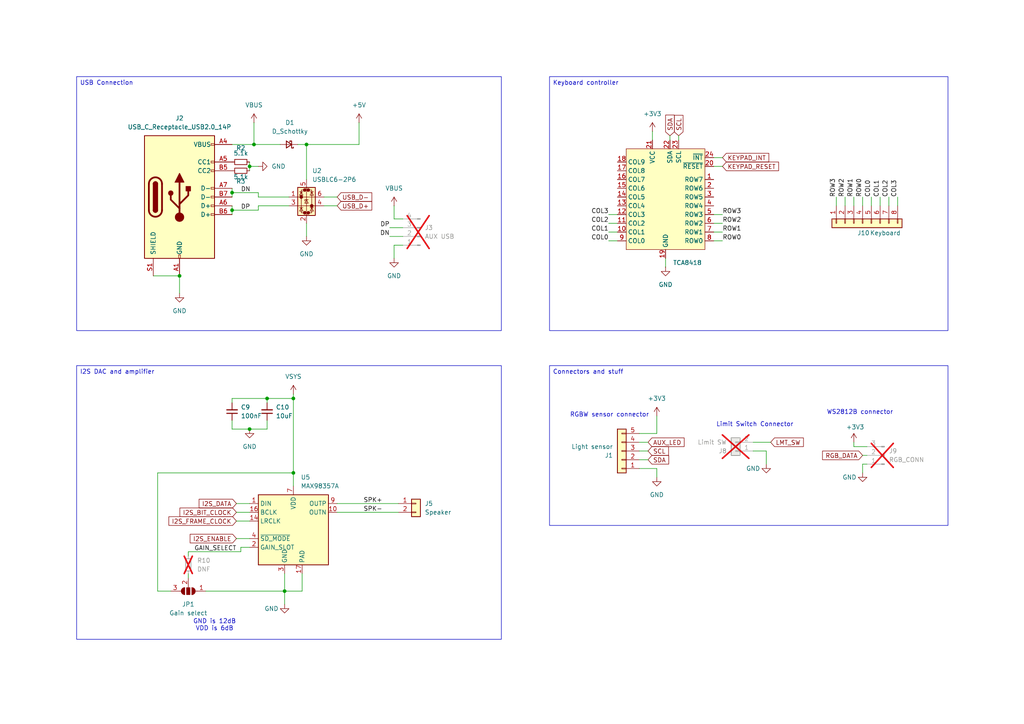
<source format=kicad_sch>
(kicad_sch (version 20250114) (generator "eeschema") (generator_version "9.0")
  (paper "A4")
  (title_block (title "Sisyphus") (date "2025-03-25") (rev "Beta v0.1") (company "Plajta corp."))
  (lib_symbols
    (symbol "+3V3_1" (power) (pin_numbers (hide yes)) (pin_names (offset 0) (hide yes))
      (property "Value" "+3V3" (at 0 3.556 0))
      (symbol "+3V3_1_0_1"
        (polyline (pts (xy -0.762 1.27) (xy 0 2.54)))
        (polyline (pts (xy 0 2.54) (xy 0.762 1.27)))
        (polyline (pts (xy 0 0) (xy 0 2.54)))
      )
      (symbol "+3V3_1_1_1"
        (pin power_in line (at 0 0 90) (length 0) (name "~") (number "1"))
      )
    )
    (symbol "+3V3_2" (power) (pin_numbers (hide yes)) (pin_names (offset 0) (hide yes))
      (property "Value" "+3V3" (at 0 3.556 0))
      (symbol "+3V3_2_0_1"
        (polyline (pts (xy -0.762 1.27) (xy 0 2.54)))
        (polyline (pts (xy 0 2.54) (xy 0.762 1.27)))
        (polyline (pts (xy 0 0) (xy 0 2.54)))
      )
      (symbol "+3V3_2_1_1"
        (pin power_in line (at 0 0 90) (length 0) (name "~") (number "1"))
      )
    )
    (symbol "Audio:MAX98357A"
      (property "Reference" "U" (at -8.89 11.43 0))
      (property "Value" "MAX98357A" (at 10.16 11.43 0))
      (symbol "MAX98357A_1_1"
        (rectangle (start -10.16 10.16) (end 10.16 -10.16) (stroke (width 0.254)) (fill (type background)))
        (pin input line (at -12.7 7.62 0) (length 2.54) (name "DIN") (number "1"))
        (pin input line (at -12.7 5.08 0) (length 2.54) (name "BCLK") (number "16"))
        (pin input line (at -12.7 2.54 0) (length 2.54) (name "LRCLK") (number "14"))
        (pin input line (at -12.7 -2.54 0) (length 2.54) (name "~{SD_MODE}") (number "4"))
        (pin passive line (at -12.7 -5.08 0) (length 2.54) (name "GAIN_SLOT") (number "2"))
        (pin passive line (at -2.54 -12.7 90) (length 2.54) (hide yes) (name "GND") (number "11"))
        (pin passive line (at -2.54 -12.7 90) (length 2.54) (hide yes) (name "GND") (number "15"))
        (pin power_in line (at -2.54 -12.7 90) (length 2.54) (name "GND") (number "3"))
        (pin power_in line (at 0 12.7 270) (length 2.54) (name "VDD") (number "7"))
        (pin passive line (at 0 12.7 270) (length 2.54) (hide yes) (name "VDD") (number "8"))
        (pin unspecified line (at 2.54 -12.7 90) (length 2.54) (name "PAD") (number "17"))
        (pin no_connect line (at 10.16 2.54 180) (length 2.54) (hide yes) (name "NC") (number "5"))
        (pin no_connect line (at 10.16 0 180) (length 2.54) (hide yes) (name "NC") (number "6"))
        (pin no_connect line (at 10.16 -5.08 180) (length 2.54) (hide yes) (name "NC") (number "12"))
        (pin no_connect line (at 10.16 -7.62 180) (length 2.54) (hide yes) (name "NC") (number "13"))
        (pin output line (at 12.7 7.62 180) (length 2.54) (name "OUTP") (number "9"))
        (pin output line (at 12.7 5.08 180) (length 2.54) (name "OUTN") (number "10"))
      )
    )
    (symbol "Connector:Conn_01x03_Pin" (pin_names (offset 1.016) (hide yes))
      (property "Reference" "J" (at 0 5.08 0))
      (property "Value" "Conn_01x03_Pin" (at 0 -5.08 0))
      (symbol "Conn_01x03_Pin_1_1"
        (rectangle (start 0.8636 2.667) (end 0 2.413) (stroke (width 0.1524)) (fill (type outline)))
        (rectangle (start 0.8636 0.127) (end 0 -0.127) (stroke (width 0.1524)) (fill (type outline)))
        (rectangle (start 0.8636 -2.413) (end 0 -2.667) (stroke (width 0.1524)) (fill (type outline)))
        (polyline (pts (xy 1.27 2.54) (xy 0.8636 2.54)) (stroke (width 0.1524)))
        (polyline (pts (xy 1.27 0) (xy 0.8636 0)) (stroke (width 0.1524)))
        (polyline (pts (xy 1.27 -2.54) (xy 0.8636 -2.54)) (stroke (width 0.1524)))
        (pin passive line (at 5.08 2.54 180) (length 3.81) (name "Pin_1") (number "1"))
        (pin passive line (at 5.08 0 180) (length 3.81) (name "Pin_2") (number "2"))
        (pin passive line (at 5.08 -2.54 180) (length 3.81) (name "Pin_3") (number "3"))
      )
    )
    (symbol "Connector:Conn_01x04_Pin" (pin_names (offset 1.016) (hide yes))
      (property "Reference" "J" (at 0 5.08 0))
      (property "Value" "Conn_01x04_Pin" (at 0 -7.62 0))
      (symbol "Conn_01x04_Pin_1_1"
        (rectangle (start 0.8636 2.667) (end 0 2.413) (stroke (width 0.1524)) (fill (type outline)))
        (rectangle (start 0.8636 0.127) (end 0 -0.127) (stroke (width 0.1524)) (fill (type outline)))
        (rectangle (start 0.8636 -2.413) (end 0 -2.667) (stroke (width 0.1524)) (fill (type outline)))
        (rectangle (start 0.8636 -4.953) (end 0 -5.207) (stroke (width 0.1524)) (fill (type outline)))
        (polyline (pts (xy 1.27 2.54) (xy 0.8636 2.54)) (stroke (width 0.1524)))
        (polyline (pts (xy 1.27 0) (xy 0.8636 0)) (stroke (width 0.1524)))
        (polyline (pts (xy 1.27 -2.54) (xy 0.8636 -2.54)) (stroke (width 0.1524)))
        (polyline (pts (xy 1.27 -5.08) (xy 0.8636 -5.08)) (stroke (width 0.1524)))
        (pin passive line (at 5.08 2.54 180) (length 3.81) (name "Pin_1") (number "1"))
        (pin passive line (at 5.08 0 180) (length 3.81) (name "Pin_2") (number "2"))
        (pin passive line (at 5.08 -2.54 180) (length 3.81) (name "Pin_3") (number "3"))
        (pin passive line (at 5.08 -5.08 180) (length 3.81) (name "Pin_4") (number "4"))
      )
    )
    (symbol "Connector:USB_C_Receptacle_USB2.0_14P" (pin_names (offset 1.016))
      (property "Reference" "J" (at 0 22.225 0))
      (property "Value" "USB_C_Receptacle_USB2.0_14P" (at 0 19.685 0))
      (symbol "USB_C_Receptacle_USB2.0_14P_0_0"
        (rectangle (start -0.254 -17.78) (end 0.254 -16.764))
        (rectangle (start 10.16 15.494) (end 9.144 14.986))
        (rectangle (start 10.16 10.414) (end 9.144 9.906))
        (rectangle (start 10.16 7.874) (end 9.144 7.366))
        (rectangle (start 10.16 2.794) (end 9.144 2.286))
        (rectangle (start 10.16 0.254) (end 9.144 -0.254))
        (rectangle (start 10.16 -2.286) (end 9.144 -2.794))
        (rectangle (start 10.16 -4.826) (end 9.144 -5.334))
      )
      (symbol "USB_C_Receptacle_USB2.0_14P_0_1"
        (rectangle (start -10.16 17.78) (end 10.16 -17.78) (stroke (width 0.254)) (fill (type background)))
        (polyline (pts (xy -8.89 -3.81) (xy -8.89 3.81)) (stroke (width 0.508)))
        (rectangle (start -7.62 -3.81) (end -6.35 3.81) (stroke (width 0.254)) (fill (type outline)))
        (arc (start -7.62 3.81) (mid -6.985 4.4423) (end -6.35 3.81) (stroke (width 0.254)))
        (arc (start -7.62 3.81) (mid -6.985 4.4423) (end -6.35 3.81) (stroke (width 0.254)) (fill (type outline)))
        (arc (start -8.89 3.81) (mid -6.985 5.7067) (end -5.08 3.81) (stroke (width 0.508)))
        (arc (start -5.08 -3.81) (mid -6.985 -5.7067) (end -8.89 -3.81) (stroke (width 0.508)))
        (arc (start -6.35 -3.81) (mid -6.985 -4.4423) (end -7.62 -3.81) (stroke (width 0.254)))
        (arc (start -6.35 -3.81) (mid -6.985 -4.4423) (end -7.62 -3.81) (stroke (width 0.254)) (fill (type outline)))
        (polyline (pts (xy -5.08 3.81) (xy -5.08 -3.81)) (stroke (width 0.508)))
        (circle (center -2.54 1.143) (radius 0.635) (stroke (width 0.254)) (fill (type outline)))
        (polyline (pts (xy -1.27 4.318) (xy 0 6.858) (xy 1.27 4.318) (xy -1.27 4.318)) (stroke (width 0.254)) (fill (type outline)))
        (polyline (pts (xy 0 -2.032) (xy 2.54 0.508) (xy 2.54 1.778)) (stroke (width 0.508)))
        (polyline (pts (xy 0 -3.302) (xy -2.54 -0.762) (xy -2.54 0.508)) (stroke (width 0.508)))
        (polyline (pts (xy 0 -5.842) (xy 0 4.318)) (stroke (width 0.508)))
        (circle (center 0 -5.842) (radius 1.27) (fill (type outline)))
        (rectangle (start 1.905 1.778) (end 3.175 3.048) (stroke (width 0.254)) (fill (type outline)))
      )
      (symbol "USB_C_Receptacle_USB2.0_14P_1_1"
        (pin passive line (at -7.62 -22.86 90) (length 5.08) (name "SHIELD") (number "S1"))
        (pin passive line (at 0 -22.86 90) (length 5.08) (name "GND") (number "A1"))
        (pin passive line (at 0 -22.86 90) (length 5.08) (hide yes) (name "GND") (number "A12"))
        (pin passive line (at 0 -22.86 90) (length 5.08) (hide yes) (name "GND") (number "B1"))
        (pin passive line (at 0 -22.86 90) (length 5.08) (hide yes) (name "GND") (number "B12"))
        (pin passive line (at 15.24 15.24 180) (length 5.08) (name "VBUS") (number "A4"))
        (pin passive line (at 15.24 15.24 180) (length 5.08) (hide yes) (name "VBUS") (number "A9"))
        (pin passive line (at 15.24 15.24 180) (length 5.08) (hide yes) (name "VBUS") (number "B4"))
        (pin passive line (at 15.24 15.24 180) (length 5.08) (hide yes) (name "VBUS") (number "B9"))
        (pin bidirectional line (at 15.24 10.16 180) (length 5.08) (name "CC1") (number "A5"))
        (pin bidirectional line (at 15.24 7.62 180) (length 5.08) (name "CC2") (number "B5"))
        (pin bidirectional line (at 15.24 2.54 180) (length 5.08) (name "D-") (number "A7"))
        (pin bidirectional line (at 15.24 0 180) (length 5.08) (name "D-") (number "B7"))
        (pin bidirectional line (at 15.24 -2.54 180) (length 5.08) (name "D+") (number "A6"))
        (pin bidirectional line (at 15.24 -5.08 180) (length 5.08) (name "D+") (number "B6"))
      )
    )
    (symbol "Connector_Generic:Conn_01x02" (pin_names (offset 1.016) (hide yes))
      (property "Reference" "J" (at 0 2.54 0))
      (property "Value" "Conn_01x02" (at 0 -5.08 0))
      (symbol "Conn_01x02_1_1"
        (rectangle (start -1.27 1.27) (end 1.27 -3.81) (stroke (width 0.254)) (fill (type background)))
        (rectangle (start -1.27 0.127) (end 0 -0.127) (stroke (width 0.1524)))
        (rectangle (start -1.27 -2.413) (end 0 -2.667) (stroke (width 0.1524)))
        (pin passive line (at -5.08 0 0) (length 3.81) (name "Pin_1") (number "1"))
        (pin passive line (at -5.08 -2.54 0) (length 3.81) (name "Pin_2") (number "2"))
      )
    )
    (symbol "Connector_Generic:Conn_01x05" (pin_names (offset 1.016) (hide yes))
      (property "Reference" "J" (at 0 7.62 0))
      (property "Value" "Conn_01x05" (at 0 -7.62 0))
      (symbol "Conn_01x05_1_1"
        (rectangle (start -1.27 6.35) (end 1.27 -6.35) (stroke (width 0.254)) (fill (type background)))
        (rectangle (start -1.27 5.207) (end 0 4.953) (stroke (width 0.1524)))
        (rectangle (start -1.27 2.667) (end 0 2.413) (stroke (width 0.1524)))
        (rectangle (start -1.27 0.127) (end 0 -0.127) (stroke (width 0.1524)))
        (rectangle (start -1.27 -2.413) (end 0 -2.667) (stroke (width 0.1524)))
        (rectangle (start -1.27 -4.953) (end 0 -5.207) (stroke (width 0.1524)))
        (pin passive line (at -5.08 5.08 0) (length 3.81) (name "Pin_1") (number "1"))
        (pin passive line (at -5.08 2.54 0) (length 3.81) (name "Pin_2") (number "2"))
        (pin passive line (at -5.08 0 0) (length 3.81) (name "Pin_3") (number "3"))
        (pin passive line (at -5.08 -2.54 0) (length 3.81) (name "Pin_4") (number "4"))
        (pin passive line (at -5.08 -5.08 0) (length 3.81) (name "Pin_5") (number "5"))
      )
    )
    (symbol "Connector_Generic:Conn_01x08" (pin_names (offset 1.016) (hide yes))
      (property "Reference" "J" (at 0 10.16 0))
      (property "Value" "Conn_01x08" (at 0 -12.7 0))
      (symbol "Conn_01x08_1_1"
        (rectangle (start -1.27 8.89) (end 1.27 -11.43) (stroke (width 0.254)) (fill (type background)))
        (rectangle (start -1.27 7.747) (end 0 7.493) (stroke (width 0.1524)))
        (rectangle (start -1.27 5.207) (end 0 4.953) (stroke (width 0.1524)))
        (rectangle (start -1.27 2.667) (end 0 2.413) (stroke (width 0.1524)))
        (rectangle (start -1.27 0.127) (end 0 -0.127) (stroke (width 0.1524)))
        (rectangle (start -1.27 -2.413) (end 0 -2.667) (stroke (width 0.1524)))
        (rectangle (start -1.27 -4.953) (end 0 -5.207) (stroke (width 0.1524)))
        (rectangle (start -1.27 -7.493) (end 0 -7.747) (stroke (width 0.1524)))
        (rectangle (start -1.27 -10.033) (end 0 -10.287) (stroke (width 0.1524)))
        (pin passive line (at -5.08 7.62 0) (length 3.81) (name "Pin_1") (number "1"))
        (pin passive line (at -5.08 5.08 0) (length 3.81) (name "Pin_2") (number "2"))
        (pin passive line (at -5.08 2.54 0) (length 3.81) (name "Pin_3") (number "3"))
        (pin passive line (at -5.08 0 0) (length 3.81) (name "Pin_4") (number "4"))
        (pin passive line (at -5.08 -2.54 0) (length 3.81) (name "Pin_5") (number "5"))
        (pin passive line (at -5.08 -5.08 0) (length 3.81) (name "Pin_6") (number "6"))
        (pin passive line (at -5.08 -7.62 0) (length 3.81) (name "Pin_7") (number "7"))
        (pin passive line (at -5.08 -10.16 0) (length 3.81) (name "Pin_8") (number "8"))
      )
    )
    (symbol "Device:C_Small" (pin_numbers (hide yes)) (pin_names (offset 0.254) (hide yes))
      (property "Reference" "C" (at 0.254 1.778 0))
      (property "Value" "C_Small" (at 0.254 -2.032 0))
      (symbol "C_Small_0_1"
        (polyline (pts (xy -1.524 0.508) (xy 1.524 0.508)) (stroke (width 0.3048)))
        (polyline (pts (xy -1.524 -0.508) (xy 1.524 -0.508)) (stroke (width 0.3302)))
      )
      (symbol "C_Small_1_1"
        (pin passive line (at 0 2.54 270) (length 2.032) (name "~") (number "1"))
        (pin passive line (at 0 -2.54 90) (length 2.032) (name "~") (number "2"))
      )
    )
    (symbol "Device:D_Schottky_Small" (pin_numbers (hide yes)) (pin_names (offset 0.254) (hide yes))
      (property "Reference" "D" (at -1.27 2.032 0))
      (property "Value" "D_Schottky_Small" (at -7.112 -2.032 0))
      (symbol "D_Schottky_Small_0_1"
        (polyline (pts (xy -1.27 0.762) (xy -1.27 1.016) (xy -0.762 1.016) (xy -0.762 -1.016) (xy -0.254 -1.016) (xy -0.254 -0.762)) (stroke (width 0.254)))
        (polyline (pts (xy -0.762 0) (xy 0.762 0)))
        (polyline (pts (xy 0.762 -1.016) (xy -0.762 0) (xy 0.762 1.016) (xy 0.762 -1.016)) (stroke (width 0.254)))
      )
      (symbol "D_Schottky_Small_1_1"
        (pin passive line (at -2.54 0 0) (length 1.778) (name "K") (number "1"))
        (pin passive line (at 2.54 0 180) (length 1.778) (name "A") (number "2"))
      )
    )
    (symbol "Device:R_Small" (pin_numbers (hide yes)) (pin_names (offset 0.254) (hide yes))
      (property "Reference" "R" (at 0.762 0.508 0))
      (property "Value" "R_Small" (at 0.762 -1.016 0))
      (symbol "R_Small_0_1"
        (rectangle (start -0.762 1.778) (end 0.762 -1.778) (stroke (width 0.2032)))
      )
      (symbol "R_Small_1_1"
        (pin passive line (at 0 2.54 270) (length 0.762) (name "~") (number "1"))
        (pin passive line (at 0 -2.54 90) (length 0.762) (name "~") (number "2"))
      )
    )
    (symbol "GND_1" (power) (pin_numbers (hide yes)) (pin_names (offset 0) (hide yes))
      (property "Value" "GND" (at 0 -3.81 0))
      (symbol "GND_1_0_1"
        (polyline (pts (xy 0 0) (xy 0 -1.27) (xy 1.27 -1.27) (xy 0 -2.54) (xy -1.27 -1.27) (xy 0 -1.27)))
      )
      (symbol "GND_1_1_1"
        (pin power_in line (at 0 0 270) (length 0) (name "~") (number "1"))
      )
    )
    (symbol "GND_3" (power) (pin_numbers (hide yes)) (pin_names (offset 0) (hide yes))
      (property "Value" "GND" (at 0 -3.81 0))
      (symbol "GND_3_0_1"
        (polyline (pts (xy 0 0) (xy 0 -1.27) (xy 1.27 -1.27) (xy 0 -2.54) (xy -1.27 -1.27) (xy 0 -1.27)))
      )
      (symbol "GND_3_1_1"
        (pin power_in line (at 0 0 270) (length 0) (name "~") (number "1"))
      )
    )
    (symbol "GND_4" (power) (pin_numbers (hide yes)) (pin_names (offset 0) (hide yes))
      (property "Value" "GND" (at 0 -3.81 0))
      (symbol "GND_4_0_1"
        (polyline (pts (xy 0 0) (xy 0 -1.27) (xy 1.27 -1.27) (xy 0 -2.54) (xy -1.27 -1.27) (xy 0 -1.27)))
      )
      (symbol "GND_4_1_1"
        (pin power_in line (at 0 0 270) (length 0) (name "~") (number "1"))
      )
    )
    (symbol "Jumper:SolderJumper_3_Open" (pin_names (offset 0) (hide yes)) (exclude_from_sim yes) (in_bom no)
      (property "Reference" "JP" (at -2.54 -2.54 0))
      (property "Value" "SolderJumper_3_Open" (at 0 2.794 0))
      (symbol "SolderJumper_3_Open_0_1"
        (polyline (pts (xy -2.54 0) (xy -2.032 0)))
        (polyline (pts (xy -1.016 1.016) (xy -1.016 -1.016)))
        (arc (start -1.016 -1.016) (mid -2.0276 0) (end -1.016 1.016))
        (arc (start -1.016 -1.016) (mid -2.0276 0) (end -1.016 1.016) (fill (type outline)))
        (rectangle (start -0.508 1.016) (end 0.508 -1.016) (fill (type outline)))
        (polyline (pts (xy 0 -1.27) (xy 0 -1.016)))
        (arc (start 1.016 1.016) (mid 2.0276 0) (end 1.016 -1.016))
        (arc (start 1.016 1.016) (mid 2.0276 0) (end 1.016 -1.016) (fill (type outline)))
        (polyline (pts (xy 1.016 1.016) (xy 1.016 -1.016)))
        (polyline (pts (xy 2.54 0) (xy 2.032 0)))
      )
      (symbol "SolderJumper_3_Open_1_1"
        (pin passive line (at -5.08 0 0) (length 2.54) (name "A") (number "1"))
        (pin passive line (at 0 -3.81 90) (length 2.54) (name "C") (number "2"))
        (pin passive line (at 5.08 0 180) (length 2.54) (name "B") (number "3"))
      )
    )
    (symbol "Power_Protection:USBLC6-2P6" (pin_names (hide yes))
      (property "Reference" "U" (at 0.635 5.715 0))
      (property "Value" "USBLC6-2P6" (at 0.635 3.81 0))
      (symbol "USBLC6-2P6_0_0"
        (circle (center -1.524 0) (radius 0.0001) (stroke (width 0.508)))
        (circle (center -0.508 2.032) (radius 0.0001) (stroke (width 0.508)))
        (circle (center -0.508 -4.572) (radius 0.0001) (stroke (width 0.508)))
        (circle (center 0.508 2.032) (radius 0.0001) (stroke (width 0.508)))
        (circle (center 0.508 -4.572) (radius 0.0001) (stroke (width 0.508)))
        (circle (center 1.524 -2.54) (radius 0.0001) (stroke (width 0.508)))
      )
      (symbol "USBLC6-2P6_0_1"
        (polyline (pts (xy -2.54 0) (xy 2.54 0)))
        (polyline (pts (xy -2.54 -2.54) (xy 2.54 -2.54)))
        (polyline (pts (xy -2.032 0.508) (xy -1.016 0.508) (xy -1.524 1.524) (xy -2.032 0.508)))
        (polyline (pts (xy -2.032 -3.048) (xy -1.016 -3.048)))
        (polyline (pts (xy -1.016 1.524) (xy -2.032 1.524)))
        (polyline (pts (xy -1.016 -4.064) (xy -2.032 -4.064) (xy -1.524 -3.048) (xy -1.016 -4.064)))
        (polyline (pts (xy -0.508 -1.143) (xy -0.508 -0.762) (xy 0.508 -0.762)))
        (polyline (pts (xy 0 2.54) (xy -0.508 2.032) (xy 0.508 2.032) (xy 0 1.524) (xy 0 -4.064) (xy -0.508 -4.572) (xy 0.508 -4.572) (xy 0 -5.08)))
        (polyline (pts (xy 0.508 -1.778) (xy -0.508 -1.778) (xy 0 -0.762) (xy 0.508 -1.778)))
        (polyline (pts (xy 1.016 1.524) (xy 2.032 1.524)))
        (polyline (pts (xy 1.016 -3.048) (xy 2.032 -3.048)))
        (polyline (pts (xy 2.032 0.508) (xy 1.016 0.508) (xy 1.524 1.524) (xy 2.032 0.508)))
        (polyline (pts (xy 2.032 -4.064) (xy 1.016 -4.064) (xy 1.524 -3.048) (xy 2.032 -4.064)))
      )
      (symbol "USBLC6-2P6_1_1"
        (rectangle (start -2.54 2.794) (end 2.54 -5.334) (stroke (width 0.254)) (fill (type background)))
        (polyline (pts (xy -0.508 2.032) (xy -1.524 2.032) (xy -1.524 -4.572) (xy -0.508 -4.572)))
        (polyline (pts (xy 0.508 -4.572) (xy 1.524 -4.572) (xy 1.524 2.032) (xy 0.508 2.032)))
        (pin passive line (at -5.08 0 0) (length 2.54) (name "I/O1") (number "1"))
        (pin passive line (at -5.08 -2.54 0) (length 2.54) (name "I/O2") (number "3"))
        (pin passive line (at 0 5.08 270) (length 2.54) (name "VBUS") (number "5"))
        (pin passive line (at 0 -7.62 90) (length 2.54) (name "GND") (number "2"))
        (pin passive line (at 5.08 0 180) (length 2.54) (name "I/O1") (number "6"))
        (pin passive line (at 5.08 -2.54 180) (length 2.54) (name "I/O2") (number "4"))
      )
    )
    (symbol "Sisyphus:TCA8418"
      (property "Reference" "U" (at 0 0 0))
      (property "Value" "TCA8418" (at 0 0 0))
      (symbol "TCA8418_0_0"
        (pin bidirectional line (at -13.97 10.16 0) (length 2.54) (name "COL9") (number "18"))
        (pin bidirectional line (at -13.97 7.62 0) (length 2.54) (name "COL8") (number "17"))
        (pin bidirectional line (at -13.97 5.08 0) (length 2.54) (name "COL7") (number "16"))
        (pin bidirectional line (at -13.97 2.54 0) (length 2.54) (name "COL6") (number "15"))
        (pin bidirectional line (at -13.97 0 0) (length 2.54) (name "COL5") (number "14"))
        (pin bidirectional line (at -13.97 -2.54 0) (length 2.54) (name "COL4") (number "13"))
        (pin bidirectional line (at -13.97 -5.08 0) (length 2.54) (name "COL3") (number "12"))
        (pin bidirectional line (at -13.97 -7.62 0) (length 2.54) (name "COL2") (number "11"))
        (pin bidirectional line (at -13.97 -10.16 0) (length 2.54) (name "COL1") (number "10"))
        (pin bidirectional line (at -13.97 -12.7 0) (length 2.54) (name "COL0") (number "9"))
        (pin power_in line (at -3.81 16.51 270) (length 2.54) (name "VCC") (number "21"))
        (pin power_in line (at 0 -17.78 90) (length 2.54) (name "GND") (number "19"))
        (pin bidirectional line (at 1.27 16.51 270) (length 2.54) (name "SDA") (number "22"))
        (pin input line (at 3.81 16.51 270) (length 2.54) (name "SCL") (number "23"))
        (pin output line (at 13.97 11.43 180) (length 2.54) (name "~{INT}") (number "24"))
        (pin bidirectional line (at 13.97 5.08 180) (length 2.54) (name "ROW7") (number "1"))
        (pin bidirectional line (at 13.97 2.54 180) (length 2.54) (name "ROW6") (number "2"))
        (pin bidirectional line (at 13.97 0 180) (length 2.54) (name "ROW5") (number "3"))
        (pin bidirectional line (at 13.97 -2.54 180) (length 2.54) (name "ROW4") (number "4"))
        (pin bidirectional line (at 13.97 -5.08 180) (length 2.54) (name "ROW3") (number "5"))
        (pin bidirectional line (at 13.97 -7.62 180) (length 2.54) (name "ROW2") (number "6"))
        (pin bidirectional line (at 13.97 -10.16 180) (length 2.54) (name "ROW1") (number "7"))
        (pin bidirectional line (at 13.97 -12.7 180) (length 2.54) (name "ROW0") (number "8"))
      )
      (symbol "TCA8418_1_0"
        (pin input line (at 13.97 8.89 180) (length 2.54) (name "~{RESET}") (number "20"))
      )
      (symbol "TCA8418_1_1"
        (rectangle (start -11.43 13.97) (end 11.43 -15.24) (fill (type background)))
        (pin passive line (at 0 -17.78 90) (length 2.54) (hide yes) (name "PAD") (number "25"))
      )
    )
    (symbol "power:+3V3" (power) (pin_names (offset 0))
      (property "Value" "+3V3" (at 0 3.556 0))
      (symbol "+3V3_0_1"
        (polyline (pts (xy -0.762 1.27) (xy 0 2.54)))
        (polyline (pts (xy 0 2.54) (xy 0.762 1.27)))
        (polyline (pts (xy 0 0) (xy 0 2.54)))
      )
      (symbol "+3V3_1_1"
        (pin power_in line (at 0 0 90) (length 0) (hide yes) (name "+3V3") (number "1"))
      )
    )
    (symbol "power:+5V" (power) (pin_numbers (hide yes)) (pin_names (offset 0) (hide yes))
      (property "Value" "+5V" (at 0 3.556 0))
      (symbol "+5V_0_1"
        (polyline (pts (xy -0.762 1.27) (xy 0 2.54)))
        (polyline (pts (xy 0 2.54) (xy 0.762 1.27)))
        (polyline (pts (xy 0 0) (xy 0 2.54)))
      )
      (symbol "+5V_1_1"
        (pin power_in line (at 0 0 90) (length 0) (name "~") (number "1"))
      )
    )
    (symbol "power:GND" (power) (pin_names (offset 0))
      (property "Value" "GND" (at 0 -3.81 0))
      (symbol "GND_0_1"
        (polyline (pts (xy 0 0) (xy 0 -1.27) (xy 1.27 -1.27) (xy 0 -2.54) (xy -1.27 -1.27) (xy 0 -1.27)))
      )
      (symbol "GND_1_1"
        (pin power_in line (at 0 0 270) (length 0) (hide yes) (name "GND") (number "1"))
      )
    )
    (symbol "power:VBUS" (power) (pin_numbers (hide yes)) (pin_names (offset 0) (hide yes))
      (property "Value" "VBUS" (at 0 3.556 0))
      (symbol "VBUS_0_1"
        (polyline (pts (xy -0.762 1.27) (xy 0 2.54)))
        (polyline (pts (xy 0 2.54) (xy 0.762 1.27)))
        (polyline (pts (xy 0 0) (xy 0 2.54)))
      )
      (symbol "VBUS_1_1"
        (pin power_in line (at 0 0 90) (length 0) (name "~") (number "1"))
      )
    )
    (symbol "power:VCC" (power) (pin_numbers (hide yes)) (pin_names (offset 0) (hide yes))
      (property "Value" "VCC" (at 0 3.556 0))
      (symbol "VCC_0_1"
        (polyline (pts (xy -0.762 1.27) (xy 0 2.54)))
        (polyline (pts (xy 0 2.54) (xy 0.762 1.27)))
        (polyline (pts (xy 0 0) (xy 0 2.54)))
      )
      (symbol "VCC_1_1"
        (pin power_in line (at 0 0 90) (length 0) (name "~") (number "1"))
      )
    )
  )
  (text "GND is 12dB\nVDD is 6dB" (at 62.23 181.356 0) (effects (font (size 1.27 1.27))))
  (text "WS2812B connector" (at 249.428 119.634 0) (effects (font (size 1.27 1.27))))
  (text "Limit Switch Connector" (at 218.948 123.19 0) (effects (font (size 1.27 1.27))))
  (text "RGBW sensor connector" (at 176.784 120.396 0) (effects (font (size 1.27 1.27))))
  (text_box "Connectors and stuff" (at 159.385 106.045 0) (size 115.57 46.355) (margins 0.9525 0.9525 0.9525 0.9525) (effects (font (size 1.27 1.27)) (justify left top)))
  (text_box "Keyboard controller" (at 159.385 22.225 0) (size 115.57 73.66) (margins 0.9525 0.9525 0.9525 0.9525) (effects (font (size 1.27 1.27)) (justify left top)))
  (text_box "I2S DAC and amplifier" (at 22.225 106.045 0) (size 123.19 79.375) (margins 0.9525 0.9525 0.9525 0.9525) (effects (font (size 1.27 1.27)) (justify left top)))
  (text_box "USB Connection" (at 22.225 22.225 0) (size 123.19 73.66) (margins 0.9525 0.9525 0.9525 0.9525) (effects (font (size 1.27 1.27)) (justify left top)))
  (junction (at 73.66 41.91))
  (junction (at 72.39 124.46))
  (junction (at 85.09 137.16))
  (junction (at 77.47 115.57))
  (junction (at 82.55 171.45))
  (junction (at 52.07 80.01))
  (junction (at 85.09 115.57))
  (junction (at 72.39 48.26))
  (junction (at 67.31 60.96))
  (junction (at 88.9 41.91))
  (junction (at 67.31 55.88))
  (wire (pts (xy 74.93 60.96) (xy 67.31 60.96)))
  (wire (pts (xy 218.44 128.27) (xy 223.52 128.27)))
  (wire (pts (xy 72.39 49.53) (xy 72.39 48.26)))
  (wire (pts (xy 74.93 60.96) (xy 74.93 59.69)))
  (wire (pts (xy 72.39 48.26) (xy 74.93 48.26)))
  (wire (pts (xy 116.84 71.12) (xy 114.3 71.12)))
  (wire (pts (xy 82.55 171.45) (xy 82.55 175.26)))
  (wire (pts (xy 77.47 115.57) (xy 77.47 116.84)))
  (wire (pts (xy 247.65 57.15) (xy 247.65 59.69)))
  (wire (pts (xy 207.01 48.26) (xy 209.55 48.26)))
  (wire (pts (xy 67.31 116.84) (xy 67.31 115.57)))
  (wire (pts (xy 114.3 63.5) (xy 116.84 63.5)))
  (wire (pts (xy 69.85 160.02) (xy 69.85 158.75)))
  (wire (pts (xy 176.53 69.85) (xy 179.07 69.85)))
  (wire (pts (xy 85.09 137.16) (xy 85.09 140.97)))
  (wire (pts (xy 257.81 57.15) (xy 257.81 59.69)))
  (wire (pts (xy 87.63 166.37) (xy 87.63 171.45)))
  (wire (pts (xy 185.42 128.27) (xy 187.96 128.27)))
  (wire (pts (xy 88.9 64.77) (xy 88.9 68.58)))
  (wire (pts (xy 207.01 67.31) (xy 209.55 67.31)))
  (wire (pts (xy 74.93 55.88) (xy 74.93 57.15)))
  (wire (pts (xy 255.27 57.15) (xy 255.27 59.69)))
  (wire (pts (xy 114.3 59.69) (xy 114.3 63.5)))
  (wire (pts (xy 45.72 171.45) (xy 49.53 171.45)))
  (wire (pts (xy 97.79 148.59) (xy 115.57 148.59)))
  (wire (pts (xy 74.93 55.88) (xy 67.31 55.88)))
  (wire (pts (xy 85.09 115.57) (xy 85.09 137.16)))
  (wire (pts (xy 176.53 62.23) (xy 179.07 62.23)))
  (wire (pts (xy 68.58 146.05) (xy 72.39 146.05)))
  (wire (pts (xy 82.55 166.37) (xy 82.55 171.45)))
  (wire (pts (xy 185.42 125.73) (xy 190.5 125.73)))
  (wire (pts (xy 54.61 160.02) (xy 69.85 160.02)))
  (wire (pts (xy 97.79 146.05) (xy 115.57 146.05)))
  (wire (pts (xy 67.31 54.61) (xy 67.31 55.88)))
  (wire (pts (xy 45.72 137.16) (xy 85.09 137.16)))
  (wire (pts (xy 68.58 156.21) (xy 72.39 156.21)))
  (wire (pts (xy 54.61 160.02) (xy 54.61 161.29)))
  (wire (pts (xy 207.01 64.77) (xy 209.55 64.77)))
  (wire (pts (xy 190.5 135.89) (xy 185.42 135.89)))
  (wire (pts (xy 67.31 121.92) (xy 67.31 124.46)))
  (wire (pts (xy 190.5 125.73) (xy 190.5 120.65)))
  (wire (pts (xy 68.58 151.13) (xy 72.39 151.13)))
  (wire (pts (xy 251.46 134.62) (xy 250.19 134.62)))
  (wire (pts (xy 67.31 59.69) (xy 67.31 60.96)))
  (wire (pts (xy 260.35 57.15) (xy 260.35 59.69)))
  (wire (pts (xy 67.31 60.96) (xy 67.31 62.23)))
  (wire (pts (xy 190.5 138.43) (xy 190.5 135.89)))
  (wire (pts (xy 250.19 134.62) (xy 250.19 137.16)))
  (wire (pts (xy 176.53 67.31) (xy 179.07 67.31)))
  (wire (pts (xy 73.66 41.91) (xy 81.28 41.91)))
  (wire (pts (xy 250.19 132.08) (xy 251.46 132.08)))
  (wire (pts (xy 113.03 68.58) (xy 116.84 68.58)))
  (wire (pts (xy 207.01 62.23) (xy 209.55 62.23)))
  (wire (pts (xy 247.65 129.54) (xy 247.65 128.27)))
  (wire (pts (xy 87.63 171.45) (xy 82.55 171.45)))
  (wire (pts (xy 59.69 171.45) (xy 82.55 171.45)))
  (wire (pts (xy 74.93 59.69) (xy 83.82 59.69)))
  (wire (pts (xy 242.57 57.15) (xy 242.57 59.69)))
  (wire (pts (xy 77.47 115.57) (xy 85.09 115.57)))
  (wire (pts (xy 113.03 66.04) (xy 116.84 66.04)))
  (wire (pts (xy 77.47 124.46) (xy 72.39 124.46)))
  (wire (pts (xy 85.09 114.3) (xy 85.09 115.57)))
  (wire (pts (xy 114.3 71.12) (xy 114.3 74.93)))
  (wire (pts (xy 44.45 80.01) (xy 52.07 80.01)))
  (wire (pts (xy 74.93 57.15) (xy 83.82 57.15)))
  (wire (pts (xy 52.07 80.01) (xy 52.07 85.09)))
  (wire (pts (xy 93.98 59.69) (xy 97.79 59.69)))
  (wire (pts (xy 68.58 148.59) (xy 72.39 148.59)))
  (wire (pts (xy 222.25 130.81) (xy 222.25 134.62)))
  (wire (pts (xy 194.31 39.37) (xy 194.31 40.64)))
  (wire (pts (xy 73.66 35.56) (xy 73.66 41.91)))
  (wire (pts (xy 77.47 121.92) (xy 77.47 124.46)))
  (wire (pts (xy 251.46 129.54) (xy 247.65 129.54)))
  (wire (pts (xy 185.42 130.81) (xy 187.96 130.81)))
  (wire (pts (xy 196.85 39.37) (xy 196.85 40.64)))
  (wire (pts (xy 189.23 38.1) (xy 189.23 40.64)))
  (wire (pts (xy 72.39 46.99) (xy 72.39 48.26)))
  (wire (pts (xy 176.53 64.77) (xy 179.07 64.77)))
  (wire (pts (xy 218.44 130.81) (xy 222.25 130.81)))
  (wire (pts (xy 67.31 115.57) (xy 77.47 115.57)))
  (wire (pts (xy 54.61 166.37) (xy 54.61 167.64)))
  (wire (pts (xy 67.31 41.91) (xy 73.66 41.91)))
  (wire (pts (xy 69.85 158.75) (xy 72.39 158.75)))
  (wire (pts (xy 88.9 41.91) (xy 104.14 41.91)))
  (wire (pts (xy 88.9 41.91) (xy 88.9 52.07)))
  (wire (pts (xy 67.31 55.88) (xy 67.31 57.15)))
  (wire (pts (xy 207.01 69.85) (xy 209.55 69.85)))
  (wire (pts (xy 252.73 57.15) (xy 252.73 59.69)))
  (wire (pts (xy 72.39 124.46) (xy 67.31 124.46)))
  (wire (pts (xy 104.14 35.56) (xy 104.14 41.91)))
  (wire (pts (xy 245.11 57.15) (xy 245.11 59.69)))
  (wire (pts (xy 185.42 133.35) (xy 187.96 133.35)))
  (wire (pts (xy 93.98 57.15) (xy 97.79 57.15)))
  (wire (pts (xy 250.19 57.15) (xy 250.19 59.69)))
  (wire (pts (xy 45.72 137.16) (xy 45.72 171.45)))
  (wire (pts (xy 193.04 74.93) (xy 193.04 77.47)))
  (wire (pts (xy 207.01 45.72) (xy 209.55 45.72)))
  (wire (pts (xy 86.36 41.91) (xy 88.9 41.91)))
  (label "ROW0" (at 250.19 57.15 90))
  (label "SPK+" (at 105.41 146.05 0))
  (label "COL1" (at 255.27 57.15 90))
  (label "COL3" (at 260.35 57.15 90))
  (label "ROW3" (at 209.55 62.23 0))
  (label "ROW2" (at 209.55 64.77 0))
  (label "ROW1" (at 209.55 67.31 0))
  (label "ROW3" (at 242.57 57.15 90))
  (label "COL0" (at 252.73 57.15 90))
  (label "DN" (at 113.03 68.58 180))
  (label "DN" (at 69.85 55.88 0))
  (label "COL1" (at 176.53 67.31 180))
  (label "SPK-" (at 105.41 148.59 0))
  (label "GAIN_SELECT" (at 68.58 160.02 180))
  (label "ROW2" (at 245.11 57.15 90))
  (label "COL2" (at 257.81 57.15 90))
  (label "COL2" (at 176.53 64.77 180))
  (label "ROW1" (at 247.65 57.15 90))
  (label "COL0" (at 176.53 69.85 180))
  (label "ROW0" (at 209.55 69.85 0))
  (label "DP" (at 69.85 60.96 0))
  (label "COL3" (at 176.53 62.23 180))
  (label "DP" (at 113.03 66.04 180))
  (global_label "SCL" (shape input) (at 187.96 130.81 0) (property "Intersheetrefs" "${INTERSHEET_REFS}" (effects (hide yes))))
  (global_label "I2S_FRAME_CLOCK" (shape input) (at 68.58 151.13 180) (property "Intersheetrefs" "${INTERSHEET_REFS}" (effects (hide yes))))
  (global_label "I2S_ENABLE" (shape input) (at 68.58 156.21 180) (property "Intersheetrefs" "${INTERSHEET_REFS}" (effects (hide yes))))
  (global_label "I2S_DATA" (shape input) (at 68.58 146.05 180) (property "Intersheetrefs" "${INTERSHEET_REFS}" (effects (hide yes))))
  (global_label "SDA" (shape input) (at 187.96 133.35 0) (property "Intersheetrefs" "${INTERSHEET_REFS}" (effects (hide yes))))
  (global_label "AUX_LED" (shape input) (at 187.96 128.27 0) (property "Intersheetrefs" "${INTERSHEET_REFS}" (effects (hide yes))))
  (global_label "USB_D+" (shape input) (at 97.79 59.69 0) (property "Intersheetrefs" "${INTERSHEET_REFS}" (effects (hide yes))))
  (global_label "KEYPAD_RESET" (shape input) (at 209.55 48.26 0) (property "Intersheetrefs" "${INTERSHEET_REFS}" (effects (hide yes))))
  (global_label "KEYPAD_INT" (shape input) (at 209.55 45.72 0) (property "Intersheetrefs" "${INTERSHEET_REFS}" (effects (hide yes))))
  (global_label "RGB_DATA" (shape input) (at 250.19 132.08 180) (property "Intersheetrefs" "${INTERSHEET_REFS}" (effects (hide yes))))
  (global_label "SCL" (shape input) (at 196.85 39.37 90) (property "Intersheetrefs" "${INTERSHEET_REFS}" (effects (hide yes))))
  (global_label "USB_D-" (shape input) (at 97.79 57.15 0) (property "Intersheetrefs" "${INTERSHEET_REFS}" (effects (hide yes))))
  (global_label "SDA" (shape input) (at 194.31 39.37 90) (property "Intersheetrefs" "${INTERSHEET_REFS}" (effects (hide yes))))
  (global_label "I2S_BIT_CLOCK" (shape input) (at 68.58 148.59 180) (property "Intersheetrefs" "${INTERSHEET_REFS}" (effects (hide yes))))
  (global_label "LMT_SW" (shape input) (at 223.52 128.27 0) (property "Intersheetrefs" "${INTERSHEET_REFS}" (effects (hide yes))))
  (symbol (lib_id "power:GND") (at 88.9 68.58 0) (unit 1)
    (property "Reference" "#PWR021" (effects (hide yes)))
    (property "Value" "GND" (at 88.9 73.66 0))
    (property "Description" "Power symbol creates a global label with name \"GND\" , ground" (effects (hide yes)))
  )
  (symbol (lib_id "power:GND") (at 222.25 134.62 0) (unit 1)
    (property "Reference" "#PWR058" (effects (hide yes)))
    (property "Value" "GND" (at 218.44 135.89 0))
  )
  (symbol (lib_id "Device:C_Small") (at 77.47 119.38 180) (unit 1)
    (property "Reference" "C10" (at 80.01 118.1035 0) (effects (justify right)))
    (property "Value" "10uF" (at 80.01 120.6435 0) (effects (justify right)))
    (property "Footprint" "Capacitor_SMD:C_0402_1005Metric" (effects (hide yes)))
    (property "Description" "Unpolarized capacitor, small symbol" (effects (hide yes)))
  )
  (symbol (lib_name "GND_4") (lib_id "power:GND") (at 193.04 77.47 0) (unit 1)
    (property "Reference" "#PWR059" (effects (hide yes)))
    (property "Value" "GND" (at 193.04 82.55 0))
    (property "Description" "Power symbol creates a global label with name \"GND\" , ground" (effects (hide yes)))
  )
  (symbol (lib_id "power:VCC") (at 85.09 114.3 0) (unit 1)
    (property "Reference" "#PWR031" (effects (hide yes)))
    (property "Value" "VSYS" (at 85.09 109.22 0))
    (property "Description" "Power symbol creates a global label with name \"VCC\"" (effects (hide yes)))
  )
  (symbol (lib_id "Audio:MAX98357A") (at 85.09 153.67 0) (unit 1)
    (property "Reference" "U5" (at 87.2333 138.43 0) (effects (justify left)))
    (property "Value" "MAX98357A" (at 87.2333 140.97 0) (effects (justify left)))
    (property "Footprint" "Package_DFN_QFN:TQFN-16-1EP_3x3mm_P0.5mm_EP1.23x1.23mm" (effects (hide yes)))
    (property "Datasheet" "https://www.analog.com/media/en/technical-documentation/data-sheets/MAX98357A-MAX98357B.pdf" (effects (hide yes)))
    (property "Description" "Mono DAC with amplifier, I2S, PCM, TDM, 32-bit, 96khz, 3.2W, TQFP-16" (effects (hide yes)))
  )
  (symbol (lib_id "Device:D_Schottky_Small") (at 83.82 41.91 180) (unit 1)
    (property "Reference" "D1" (at 84.074 35.56 0))
    (property "Value" "D_Schottky" (at 84.074 38.1 0))
    (property "Footprint" "Diode_SMD:D_0402_1005Metric" (effects (hide yes)))
    (property "Description" "Schottky diode, small symbol" (effects (hide yes)))
  )
  (symbol (lib_id "Device:R_Small") (at 54.61 163.83 0) (unit 1) (in_bom no) (dnp yes)
    (property "Reference" "R10" (at 57.15 162.5599 0) (effects (justify left)))
    (property "Value" "DNF" (at 57.15 165.0999 0) (effects (justify left)))
    (property "Footprint" "Resistor_SMD:R_0402_1005Metric" (effects (hide yes)))
    (property "Description" "Resistor, small symbol" (effects (hide yes)))
  )
  (symbol (lib_id "power:VBUS") (at 73.66 35.56 0) (unit 1)
    (property "Reference" "#PWR02" (effects (hide yes)))
    (property "Value" "VBUS" (at 73.66 30.48 0))
    (property "Description" "Power symbol creates a global label with name \"VBUS\"" (effects (hide yes)))
  )
  (symbol (lib_id "Connector_Generic:Conn_01x05") (at 180.34 130.81 180) (unit 1)
    (property "Reference" "J1" (at 177.8 132.0801 0) (effects (justify left)))
    (property "Value" "Light sensor" (at 177.8 129.5401 0) (effects (justify left)))
    (property "Footprint" "Connector_JST:JST_XH_S5B-XH-A_1x05_P2.50mm_Horizontal" (effects (hide yes)))
    (property "Description" "Generic connector, single row, 01x05, script generated (kicad-library-utils/schlib/autogen/connector/)" (effects (hide yes)))
  )
  (symbol (lib_id "power:GND") (at 74.93 48.26 90) (unit 1)
    (property "Reference" "#PWR08" (effects (hide yes)))
    (property "Value" "GND" (at 78.74 48.2599 90) (effects (justify right)))
    (property "Description" "Power symbol creates a global label with name \"GND\" , ground" (effects (hide yes)))
  )
  (symbol (lib_id "power:GND") (at 250.19 137.16 0) (unit 1)
    (property "Reference" "#PWR061" (effects (hide yes)))
    (property "Value" "GND" (at 246.38 138.43 0))
  )
  (symbol (lib_name "GND_1") (lib_id "power:GND") (at 72.39 124.46 0) (unit 1)
    (property "Reference" "#PWR033" (effects (hide yes)))
    (property "Value" "GND" (at 72.39 129.54 0))
    (property "Description" "Power symbol creates a global label with name \"GND\" , ground" (effects (hide yes)))
  )
  (symbol (lib_name "+3V3_2") (lib_id "power:+3V3") (at 189.23 38.1 0) (unit 1)
    (property "Reference" "#PWR052" (effects (hide yes)))
    (property "Value" "+3V3" (at 189.23 33.02 0))
    (property "Description" "Power symbol creates a global label with name \"+3V3\"" (effects (hide yes)))
  )
  (symbol (lib_id "power:GND") (at 114.3 74.93 0) (unit 1)
    (property "Reference" "#PWR023" (effects (hide yes)))
    (property "Value" "GND" (at 114.3 80.01 0))
    (property "Description" "Power symbol creates a global label with name \"GND\" , ground" (effects (hide yes)))
  )
  (symbol (lib_id "power:+3V3") (at 247.65 128.27 0) (unit 1)
    (property "Reference" "#PWR060" (effects (hide yes)))
    (property "Value" "+3V3" (at 248.031 123.8758 0))
  )
  (symbol (lib_id "Connector:Conn_01x03_Pin") (at 256.54 132.08 180) (unit 1) (in_bom no) (dnp yes)
    (property "Reference" "J9" (at 257.81 130.8099 0) (effects (justify right)))
    (property "Value" "RGB_CONN" (at 257.81 133.3499 0) (effects (justify right)))
    (property "Footprint" "Connector_PinHeader_2.54mm:PinHeader_1x03_P2.54mm_Vertical" (effects (hide yes)))
    (property "Description" "Generic connector, single row, 01x03, script generated" (effects (hide yes)))
  )
  (symbol (lib_id "Connector:USB_C_Receptacle_USB2.0_14P") (at 52.07 57.15 0) (unit 1)
    (property "Reference" "J2" (at 52.07 34.29 0))
    (property "Value" "USB_C_Receptacle_USB2.0_14P" (at 52.07 36.83 0))
    (property "Footprint" "Connector_USB:USB_C_Receptacle_G-Switch_GT-USB-7010ASV" (effects (hide yes)))
    (property "Datasheet" "https://www.usb.org/sites/default/files/documents/usb_type-c.zip" (effects (hide yes)))
    (property "Description" "USB 2.0-only 14P Type-C Receptacle connector" (effects (hide yes)))
  )
  (symbol (lib_id "power:+5V") (at 104.14 35.56 0) (unit 1)
    (property "Reference" "#PWR03" (effects (hide yes)))
    (property "Value" "+5V" (at 104.14 30.48 0))
    (property "Description" "Power symbol creates a global label with name \"+5V\"" (effects (hide yes)))
  )
  (symbol (lib_id "Device:C_Small") (at 67.31 119.38 180) (unit 1)
    (property "Reference" "C9" (at 69.85 118.1035 0) (effects (justify right)))
    (property "Value" "100nF" (at 69.85 120.6435 0) (effects (justify right)))
    (property "Footprint" "Capacitor_SMD:C_0402_1005Metric" (effects (hide yes)))
    (property "Description" "Unpolarized capacitor, small symbol" (effects (hide yes)))
  )
  (symbol (lib_id "power:GND") (at 52.07 85.09 0) (unit 1)
    (property "Reference" "#PWR027" (effects (hide yes)))
    (property "Value" "GND" (at 52.07 90.17 0))
    (property "Description" "Power symbol creates a global label with name \"GND\" , ground" (effects (hide yes)))
  )
  (symbol (lib_id "Device:R_Small") (at 69.85 46.99 270) (unit 1)
    (property "Reference" "R2" (at 69.85 42.926 90))
    (property "Value" "5.1k" (at 69.85 44.45 90))
    (property "Footprint" "Resistor_SMD:R_0402_1005Metric" (effects (hide yes)))
    (property "Description" "Resistor, small symbol" (effects (hide yes)))
  )
  (symbol (lib_name "+3V3_1") (lib_id "power:+3V3") (at 190.5 120.65 0) (unit 1)
    (property "Reference" "#PWR05" (effects (hide yes)))
    (property "Value" "+3V3" (at 190.5 115.57 0))
    (property "Description" "Power symbol creates a global label with name \"+3V3\"" (effects (hide yes)))
  )
  (symbol (lib_id "Connector:Conn_01x04_Pin") (at 121.92 68.58 180) (unit 1) (in_bom no) (dnp yes)
    (property "Reference" "J3" (at 123.19 66.0399 0) (effects (justify right)))
    (property "Value" "AUX USB" (at 123.19 68.5799 0) (effects (justify right)))
    (property "Footprint" "Connector_PinHeader_2.54mm:PinHeader_1x04_P2.54mm_Vertical" (effects (hide yes)))
    (property "Description" "Generic connector, single row, 01x04, script generated" (effects (hide yes)))
  )
  (symbol (lib_name "GND_3") (lib_id "power:GND") (at 190.5 138.43 0) (mirror y) (unit 1)
    (property "Reference" "#PWR013" (effects (hide yes)))
    (property "Value" "GND" (at 190.5 143.51 0))
    (property "Description" "Power symbol creates a global label with name \"GND\" , ground" (effects (hide yes)))
  )
  (symbol (lib_id "Connector_Generic:Conn_01x02") (at 120.65 146.05 0) (unit 1) (in_bom no)
    (property "Reference" "J5" (at 123.19 146.0499 0) (effects (justify left)))
    (property "Value" "Speaker" (at 123.19 148.5899 0) (effects (justify left)))
    (property "Footprint" "Connector_PinHeader_2.54mm:PinHeader_1x02_P2.54mm_Vertical" (effects (hide yes)))
    (property "Description" "Generic connector, single row, 01x02, script generated (kicad-library-utils/schlib/autogen/connector/)" (effects (hide yes)))
  )
  (symbol (lib_id "Connector_Generic:Conn_01x02") (at 213.36 130.81 180) (unit 1) (in_bom no) (dnp yes)
    (property "Reference" "J8" (at 210.82 130.8101 0) (effects (justify left)))
    (property "Value" "Limit SW" (at 210.82 128.2701 0) (effects (justify left)))
    (property "Footprint" "Connector_PinSocket_2.54mm:PinSocket_1x02_P2.54mm_Vertical" (effects (hide yes)))
    (property "Description" "Generic connector, single row, 01x02, script generated (kicad-library-utils/schlib/autogen/connector/)" (effects (hide yes)))
  )
  (symbol (lib_id "Device:R_Small") (at 69.85 49.53 270) (unit 1)
    (property "Reference" "R3" (at 69.85 52.578 90))
    (property "Value" "5.1k" (at 69.85 51.308 90))
    (property "Footprint" "Resistor_SMD:R_0402_1005Metric" (effects (hide yes)))
    (property "Description" "Resistor, small symbol" (effects (hide yes)))
  )
  (symbol (lib_id "Sisyphus:TCA8418") (at 193.04 57.15 0) (unit 1)
    (property "Reference" "U8" (effects (hide yes)))
    (property "Value" "TCA8418" (at 195.1833 76.2 0) (effects (justify left)))
    (property "Footprint" "Package_DFN_QFN:WQFN-24-1EP_4x4mm_P0.5mm_EP2.45x2.45mm" (effects (hide yes)))
    (property "Datasheet" "https://www.ti.com/lit/ds/symlink/tca8418.pdf" (effects (hide yes)))
    (property "Description" "I2C Controlled Keypad Scan IC With Integrated ESD Protection" (effects (hide yes)))
  )
  (symbol (lib_id "Power_Protection:USBLC6-2P6") (at 88.9 57.15 0) (unit 1)
    (property "Reference" "U2" (at 90.5511 49.53 0) (effects (justify left)))
    (property "Value" "USBLC6-2P6" (at 90.5511 52.07 0) (effects (justify left)))
    (property "Footprint" "Package_TO_SOT_SMD:SOT-666" (effects (hide yes)))
    (property "Datasheet" "https://www.st.com/resource/en/datasheet/usblc6-2.pdf" (effects (hide yes)))
    (property "Description" "Very low capacitance ESD protection diode, 2 data-line, SOT-666" (effects (hide yes)))
  )
  (symbol (lib_id "Connector_Generic:Conn_01x08") (at 250.19 64.77 90) (mirror x) (unit 1)
    (property "Reference" "J10" (at 250.444 67.564 90))
    (property "Value" "Keyboard" (at 256.794 67.564 90))
    (property "Footprint" "Connector_JST:JST_XH_S8B-XH-A_1x08_P2.50mm_Horizontal" (effects (hide yes)))
    (property "Description" "Generic connector, single row, 01x08, script generated (kicad-library-utils/schlib/autogen/connector/)" (effects (hide yes)))
  )
  (symbol (lib_id "Jumper:SolderJumper_3_Open") (at 54.61 171.45 180) (unit 1) (in_bom no)
    (property "Reference" "JP1" (at 54.61 175.26 0))
    (property "Value" "Gain select" (at 54.61 177.8 0))
    (property "Footprint" "Jumper:SolderJumper-3_P1.3mm_Open_RoundedPad1.0x1.5mm" (effects (hide yes)))
    (property "Description" "Solder Jumper, 3-pole, open" (effects (hide yes)))
  )
  (symbol (lib_id "power:VBUS") (at 114.3 59.69 0) (unit 1)
    (property "Reference" "#PWR014" (effects (hide yes)))
    (property "Value" "VBUS" (at 114.3 54.61 0))
    (property "Description" "Power symbol creates a global label with name \"VBUS\"" (effects (hide yes)))
  )
  (symbol (lib_id "power:GND") (at 82.55 175.26 0) (unit 1)
    (property "Reference" "#PWR044" (effects (hide yes)))
    (property "Value" "GND" (at 78.74 176.53 0))
  )
)
</source>
